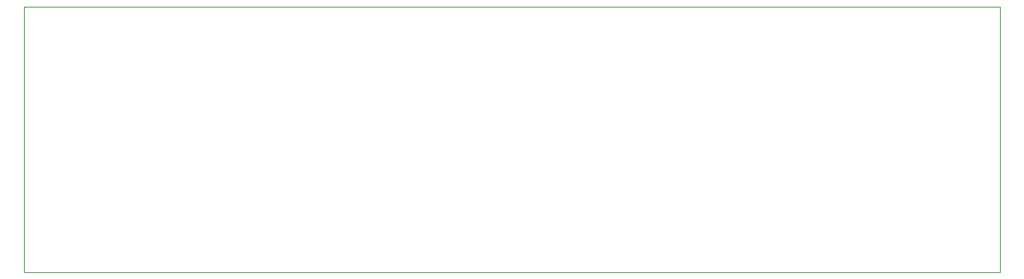
<source format=gtp>
G75*
G70*
%OFA0B0*%
%FSLAX24Y24*%
%IPPOS*%
%LPD*%
%AMOC8*
5,1,8,0,0,1.08239X$1,22.5*
%
%ADD10C,0.0000*%
D10*
X000190Y000492D02*
X000190Y012303D01*
X043497Y012303D01*
X043497Y000492D01*
X000190Y000492D01*
M02*

</source>
